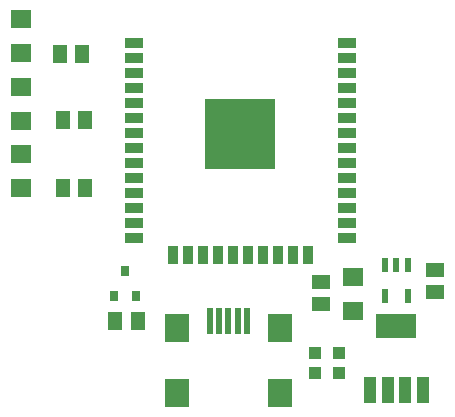
<source format=gtp>
G75*
%MOIN*%
%OFA0B0*%
%FSLAX25Y25*%
%IPPOS*%
%LPD*%
%AMOC8*
5,1,8,0,0,1.08239X$1,22.5*
%
%ADD10R,0.03937X0.04331*%
%ADD11R,0.07874X0.09449*%
%ADD12R,0.01969X0.09087*%
%ADD13R,0.07098X0.06299*%
%ADD14R,0.03150X0.03543*%
%ADD15R,0.05118X0.05906*%
%ADD16R,0.05906X0.05118*%
%ADD17R,0.04331X0.08661*%
%ADD18R,0.13780X0.07874*%
%ADD19R,0.02165X0.04724*%
%ADD20R,0.05906X0.03543*%
%ADD21R,0.03543X0.05906*%
%ADD22R,0.23622X0.23622*%
D10*
X0120500Y0018014D03*
X0120500Y0024707D03*
X0128500Y0024707D03*
X0128500Y0018014D03*
D11*
X0108823Y0011486D03*
X0108823Y0033140D03*
X0074177Y0033140D03*
X0074177Y0011486D03*
D12*
X0085201Y0035360D03*
X0088350Y0035360D03*
X0091500Y0035360D03*
X0094650Y0035360D03*
X0097799Y0035360D03*
D13*
X0133000Y0038762D03*
X0133000Y0049959D03*
X0022500Y0079762D03*
X0022500Y0090959D03*
X0022500Y0102262D03*
X0022500Y0113459D03*
X0022500Y0124762D03*
X0022500Y0135959D03*
D14*
X0057000Y0052191D03*
X0053260Y0043923D03*
X0060740Y0043923D03*
D15*
X0053760Y0035360D03*
X0061240Y0035360D03*
X0043740Y0079860D03*
X0036260Y0079860D03*
X0036260Y0102360D03*
X0043740Y0102360D03*
X0042740Y0124360D03*
X0035260Y0124360D03*
D16*
X0122500Y0048600D03*
X0122500Y0041120D03*
X0160500Y0045120D03*
X0160500Y0052600D03*
D17*
X0156358Y0012423D03*
X0150453Y0012423D03*
X0144547Y0012423D03*
X0138642Y0012423D03*
D18*
X0147500Y0033683D03*
D19*
X0143760Y0043742D03*
X0151240Y0043742D03*
X0151240Y0053979D03*
X0147500Y0053979D03*
X0143760Y0053979D03*
D20*
X0130933Y0063175D03*
X0130933Y0068175D03*
X0130933Y0073175D03*
X0130933Y0078175D03*
X0130933Y0083175D03*
X0130933Y0088175D03*
X0130933Y0093175D03*
X0130933Y0098175D03*
X0130933Y0103175D03*
X0130933Y0108175D03*
X0130933Y0113175D03*
X0130933Y0118175D03*
X0130933Y0123175D03*
X0130933Y0128175D03*
X0060067Y0128175D03*
X0060067Y0123175D03*
X0060067Y0118175D03*
X0060067Y0113175D03*
X0060067Y0108175D03*
X0060067Y0103175D03*
X0060067Y0098175D03*
X0060067Y0093175D03*
X0060067Y0088175D03*
X0060067Y0083175D03*
X0060067Y0078175D03*
X0060067Y0073175D03*
X0060067Y0068175D03*
X0060067Y0063175D03*
D21*
X0073000Y0057309D03*
X0078000Y0057309D03*
X0083000Y0057309D03*
X0088000Y0057309D03*
X0093000Y0057309D03*
X0098000Y0057309D03*
X0103000Y0057309D03*
X0108000Y0057309D03*
X0113000Y0057309D03*
X0118000Y0057309D03*
D22*
X0095500Y0097860D03*
M02*

</source>
